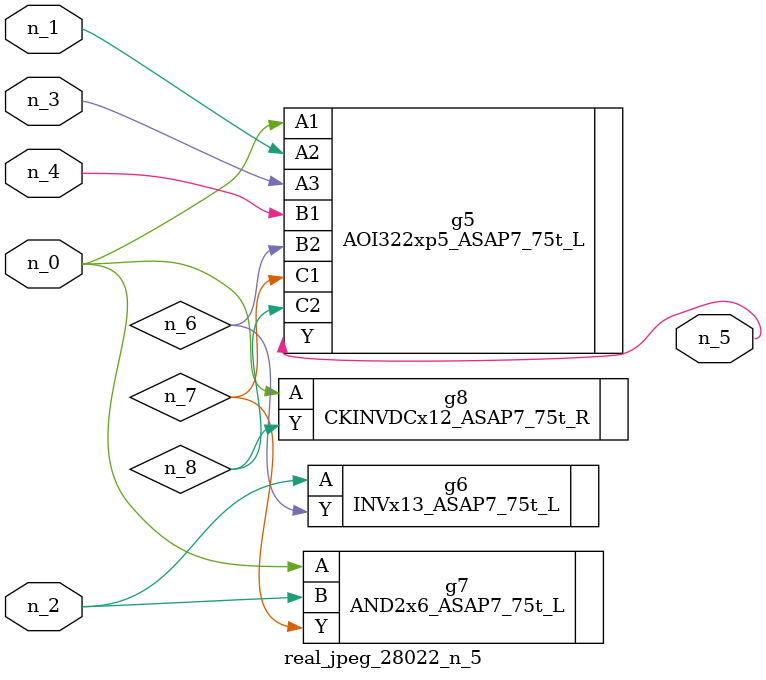
<source format=v>
module real_jpeg_28022_n_5 (n_4, n_0, n_1, n_2, n_3, n_5);

input n_4;
input n_0;
input n_1;
input n_2;
input n_3;

output n_5;

wire n_8;
wire n_6;
wire n_7;

AOI322xp5_ASAP7_75t_L g5 ( 
.A1(n_0),
.A2(n_1),
.A3(n_3),
.B1(n_4),
.B2(n_6),
.C1(n_7),
.C2(n_8),
.Y(n_5)
);

AND2x6_ASAP7_75t_L g7 ( 
.A(n_0),
.B(n_2),
.Y(n_7)
);

CKINVDCx12_ASAP7_75t_R g8 ( 
.A(n_0),
.Y(n_8)
);

INVx13_ASAP7_75t_L g6 ( 
.A(n_2),
.Y(n_6)
);


endmodule
</source>
